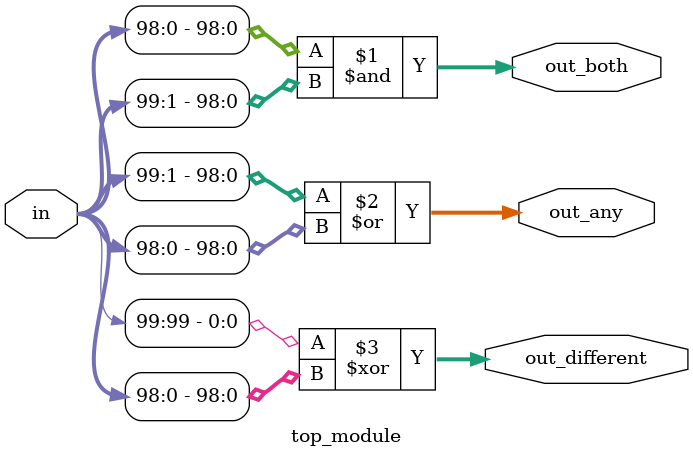
<source format=sv>
module top_module (
	input [99:0] in,
	output [98:0] out_both,
	output [99:1] out_any,
	output [99:0] out_different
);

	// Logic for out_both
	assign out_both = in[98:0] & in[99:1];

	// Logic for out_any
	assign out_any = in[99:1] | in[98:0];

	// Logic for out_different
	assign out_different = in[99] ^ in[98:0];

endmodule

</source>
